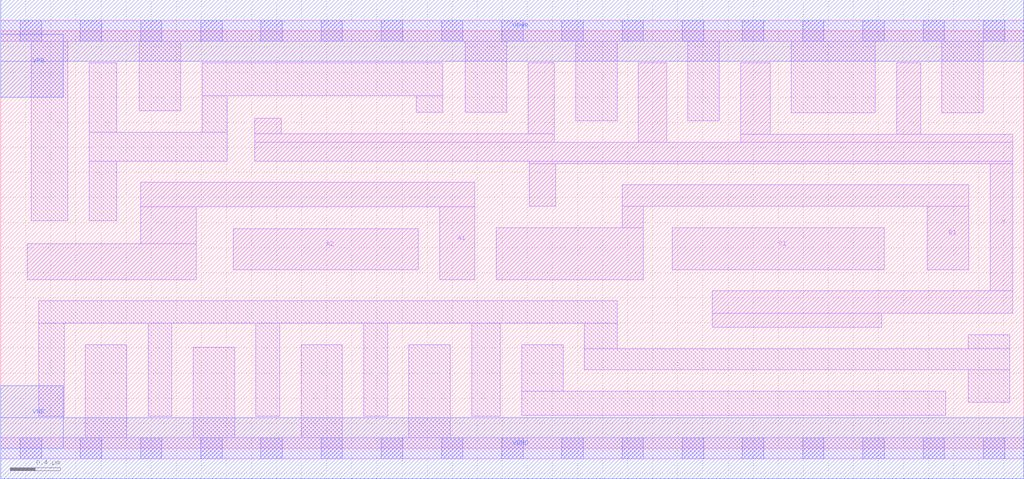
<source format=lef>
# Copyright 2020 The SkyWater PDK Authors
#
# Licensed under the Apache License, Version 2.0 (the "License");
# you may not use this file except in compliance with the License.
# You may obtain a copy of the License at
#
#     https://www.apache.org/licenses/LICENSE-2.0
#
# Unless required by applicable law or agreed to in writing, software
# distributed under the License is distributed on an "AS IS" BASIS,
# WITHOUT WARRANTIES OR CONDITIONS OF ANY KIND, either express or implied.
# See the License for the specific language governing permissions and
# limitations under the License.
#
# SPDX-License-Identifier: Apache-2.0

VERSION 5.5 ;
NAMESCASESENSITIVE ON ;
BUSBITCHARS "[]" ;
DIVIDERCHAR "/" ;
MACRO sky130_fd_sc_lp__o211ai_4
  CLASS CORE ;
  SOURCE USER ;
  ORIGIN  0.000000  0.000000 ;
  SIZE  8.160000 BY  3.330000 ;
  SYMMETRY X Y R90 ;
  SITE unit ;
  PIN A1
    ANTENNAGATEAREA  1.260000 ;
    DIRECTION INPUT ;
    USE SIGNAL ;
    PORT
      LAYER li1 ;
        RECT 0.210000 1.345000 1.560000 1.630000 ;
        RECT 1.115000 1.630000 1.560000 1.925000 ;
        RECT 1.115000 1.925000 3.780000 2.120000 ;
        RECT 3.500000 1.345000 3.780000 1.925000 ;
    END
  END A1
  PIN A2
    ANTENNAGATEAREA  1.260000 ;
    DIRECTION INPUT ;
    USE SIGNAL ;
    PORT
      LAYER li1 ;
        RECT 1.855000 1.425000 3.330000 1.750000 ;
    END
  END A2
  PIN B1
    ANTENNAGATEAREA  1.260000 ;
    DIRECTION INPUT ;
    USE SIGNAL ;
    PORT
      LAYER li1 ;
        RECT 3.950000 1.345000 5.125000 1.760000 ;
        RECT 4.955000 1.760000 5.125000 1.930000 ;
        RECT 4.955000 1.930000 7.720000 2.100000 ;
        RECT 7.390000 1.425000 7.720000 1.930000 ;
    END
  END B1
  PIN C1
    ANTENNAGATEAREA  1.260000 ;
    DIRECTION INPUT ;
    USE SIGNAL ;
    PORT
      LAYER li1 ;
        RECT 5.355000 1.425000 7.045000 1.760000 ;
    END
  END C1
  PIN Y
    ANTENNADIFFAREA  2.587200 ;
    DIRECTION OUTPUT ;
    USE SIGNAL ;
    PORT
      LAYER li1 ;
        RECT 2.025000 2.290000 8.070000 2.440000 ;
        RECT 2.025000 2.440000 4.415000 2.510000 ;
        RECT 2.025000 2.510000 2.235000 2.630000 ;
        RECT 4.205000 2.510000 4.415000 3.075000 ;
        RECT 4.215000 1.930000 4.425000 2.270000 ;
        RECT 4.215000 2.270000 8.070000 2.290000 ;
        RECT 5.085000 2.440000 5.310000 3.075000 ;
        RECT 5.675000 0.965000 7.025000 1.075000 ;
        RECT 5.675000 1.075000 8.070000 1.255000 ;
        RECT 5.900000 2.440000 8.070000 2.505000 ;
        RECT 5.900000 2.505000 6.135000 3.075000 ;
        RECT 7.145000 2.505000 7.335000 3.075000 ;
        RECT 7.890000 1.255000 8.070000 2.270000 ;
    END
  END Y
  PIN VGND
    DIRECTION INOUT ;
    USE GROUND ;
    PORT
      LAYER met1 ;
        RECT 0.000000 -0.245000 8.160000 0.245000 ;
    END
  END VGND
  PIN VNB
    DIRECTION INOUT ;
    USE GROUND ;
    PORT
    END
  END VNB
  PIN VPB
    DIRECTION INOUT ;
    USE POWER ;
    PORT
    END
  END VPB
  PIN VNB
    DIRECTION INOUT ;
    USE GROUND ;
    PORT
      LAYER met1 ;
        RECT 0.000000 0.000000 0.500000 0.500000 ;
    END
  END VNB
  PIN VPB
    DIRECTION INOUT ;
    USE POWER ;
    PORT
      LAYER met1 ;
        RECT 0.000000 2.800000 0.500000 3.300000 ;
    END
  END VPB
  PIN VPWR
    DIRECTION INOUT ;
    USE POWER ;
    PORT
      LAYER met1 ;
        RECT 0.000000 3.085000 8.160000 3.575000 ;
    END
  END VPWR
  OBS
    LAYER li1 ;
      RECT 0.000000 -0.085000 8.160000 0.085000 ;
      RECT 0.000000  3.245000 8.160000 3.415000 ;
      RECT 0.245000  1.815000 0.535000 3.245000 ;
      RECT 0.305000  0.255000 0.505000 0.995000 ;
      RECT 0.305000  0.995000 4.915000 1.175000 ;
      RECT 0.675000  0.085000 1.005000 0.825000 ;
      RECT 0.705000  1.815000 0.925000 2.290000 ;
      RECT 0.705000  2.290000 1.805000 2.520000 ;
      RECT 0.705000  2.520000 0.925000 3.075000 ;
      RECT 1.105000  2.690000 1.435000 3.245000 ;
      RECT 1.175000  0.255000 1.365000 0.995000 ;
      RECT 1.535000  0.085000 1.865000 0.805000 ;
      RECT 1.605000  2.520000 1.805000 2.810000 ;
      RECT 1.605000  2.810000 3.525000 3.075000 ;
      RECT 2.035000  0.255000 2.225000 0.995000 ;
      RECT 2.395000  0.085000 2.725000 0.825000 ;
      RECT 2.895000  0.255000 3.085000 0.995000 ;
      RECT 3.255000  0.085000 3.585000 0.825000 ;
      RECT 3.315000  2.680000 3.525000 2.810000 ;
      RECT 3.705000  2.680000 4.035000 3.245000 ;
      RECT 3.755000  0.255000 3.985000 0.995000 ;
      RECT 4.155000  0.265000 7.535000 0.455000 ;
      RECT 4.155000  0.455000 4.485000 0.825000 ;
      RECT 4.585000  2.610000 4.915000 3.245000 ;
      RECT 4.655000  0.625000 8.045000 0.795000 ;
      RECT 4.655000  0.795000 4.915000 0.995000 ;
      RECT 5.480000  2.610000 5.730000 3.245000 ;
      RECT 6.305000  2.675000 6.975000 3.245000 ;
      RECT 7.505000  2.675000 7.835000 3.245000 ;
      RECT 7.715000  0.365000 8.045000 0.625000 ;
      RECT 7.715000  0.795000 8.045000 0.905000 ;
    LAYER mcon ;
      RECT 0.155000 -0.085000 0.325000 0.085000 ;
      RECT 0.155000  3.245000 0.325000 3.415000 ;
      RECT 0.635000 -0.085000 0.805000 0.085000 ;
      RECT 0.635000  3.245000 0.805000 3.415000 ;
      RECT 1.115000 -0.085000 1.285000 0.085000 ;
      RECT 1.115000  3.245000 1.285000 3.415000 ;
      RECT 1.595000 -0.085000 1.765000 0.085000 ;
      RECT 1.595000  3.245000 1.765000 3.415000 ;
      RECT 2.075000 -0.085000 2.245000 0.085000 ;
      RECT 2.075000  3.245000 2.245000 3.415000 ;
      RECT 2.555000 -0.085000 2.725000 0.085000 ;
      RECT 2.555000  3.245000 2.725000 3.415000 ;
      RECT 3.035000 -0.085000 3.205000 0.085000 ;
      RECT 3.035000  3.245000 3.205000 3.415000 ;
      RECT 3.515000 -0.085000 3.685000 0.085000 ;
      RECT 3.515000  3.245000 3.685000 3.415000 ;
      RECT 3.995000 -0.085000 4.165000 0.085000 ;
      RECT 3.995000  3.245000 4.165000 3.415000 ;
      RECT 4.475000 -0.085000 4.645000 0.085000 ;
      RECT 4.475000  3.245000 4.645000 3.415000 ;
      RECT 4.955000 -0.085000 5.125000 0.085000 ;
      RECT 4.955000  3.245000 5.125000 3.415000 ;
      RECT 5.435000 -0.085000 5.605000 0.085000 ;
      RECT 5.435000  3.245000 5.605000 3.415000 ;
      RECT 5.915000 -0.085000 6.085000 0.085000 ;
      RECT 5.915000  3.245000 6.085000 3.415000 ;
      RECT 6.395000 -0.085000 6.565000 0.085000 ;
      RECT 6.395000  3.245000 6.565000 3.415000 ;
      RECT 6.875000 -0.085000 7.045000 0.085000 ;
      RECT 6.875000  3.245000 7.045000 3.415000 ;
      RECT 7.355000 -0.085000 7.525000 0.085000 ;
      RECT 7.355000  3.245000 7.525000 3.415000 ;
      RECT 7.835000 -0.085000 8.005000 0.085000 ;
      RECT 7.835000  3.245000 8.005000 3.415000 ;
  END
END sky130_fd_sc_lp__o211ai_4
END LIBRARY

</source>
